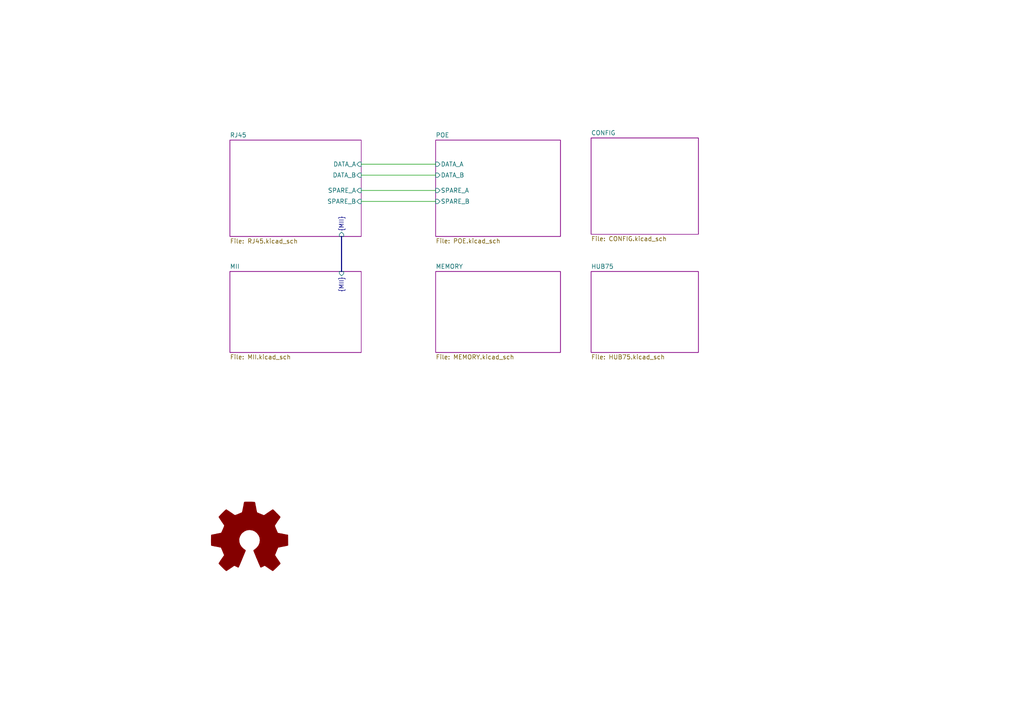
<source format=kicad_sch>
(kicad_sch (version 20200512) (host eeschema "5.99.0-unknown-eae0c14~101~ubuntu20.04.1")
  (page 1 7)
  (paper "A4")
  (title_block (rev "TEST"))
  (lib_symbols
    (symbol "Graphic:Logo_Open_Hardware_Large"
      (symbol "Logo_Open_Hardware_Large_1_1"
        (polyline (pts (xy 6.731 -8.7122) (xy 6.6294 -8.6614) (xy 6.35 -8.4836) (xy 5.9944 -8.255) (xy 5.5372 -7.9502) (xy 5.1054 -7.6454) (xy 4.7498 -7.4168) (xy 4.4958 -7.239) (xy 4.3942 -7.1882) (xy 4.318 -7.2136) (xy 4.1148 -7.3152) (xy 3.81 -7.4676) (xy 3.6322 -7.5692) (xy 3.3528 -7.6708) (xy 3.2258 -7.6962) (xy 3.2004 -7.6708) (xy 3.0988 -7.4676) (xy 2.9464 -7.0866) (xy 2.7178 -6.604) (xy 2.4892 -6.0452) (xy 2.2352 -5.4356) (xy 1.9558 -4.826) (xy 1.7272 -4.2164) (xy 1.4986 -3.683) (xy 1.3208 -3.2512) (xy 1.2192 -2.9464) (xy 1.1684 -2.8194) (xy 1.1938 -2.794) (xy 1.3208 -2.667) (xy 1.5748 -2.4892) (xy 2.0828 -2.0574) (xy 2.6162 -1.397) (xy 2.921 -0.6604) (xy 3.048 0.1524) (xy 2.9464 0.9144) (xy 2.6416 1.6256) (xy 2.1336 2.286) (xy 1.524 2.7686) (xy 0.8128 3.0734) (xy 0 3.175) (xy -0.762 3.0988) (xy -1.4986 2.794) (xy -2.159 2.286) (xy -2.4384 1.9812) (xy -2.8194 1.3208) (xy -3.048 0.6096) (xy -3.0734 0.4318) (xy -3.0226 -0.3556) (xy -2.794 -1.0922) (xy -2.3876 -1.7526) (xy -1.8288 -2.3114) (xy -1.7526 -2.3622) (xy -1.4732 -2.5654) (xy -1.2954 -2.6924) (xy -1.1684 -2.8194) (xy -2.159 -5.207) (xy -2.3114 -5.588) (xy -2.5908 -6.2484) (xy -2.8194 -6.8072) (xy -3.0226 -7.2644) (xy -3.1496 -7.5692) (xy -3.2258 -7.6708) (xy -3.2258 -7.6962) (xy -3.302 -7.6962) (xy -3.4798 -7.6454) (xy -3.8354 -7.4676) (xy -4.0386 -7.366) (xy -4.2926 -7.239) (xy -4.4196 -7.1882) (xy -4.5212 -7.239) (xy -4.7498 -7.3914) (xy -5.1054 -7.6454) (xy -5.5372 -7.9248) (xy -5.9436 -8.2042) (xy -6.3246 -8.4582) (xy -6.604 -8.636) (xy -6.731 -8.7122) (xy -6.7564 -8.7122) (xy -6.858 -8.636) (xy -7.0866 -8.4582) (xy -7.4168 -8.1534) (xy -7.874 -7.6962) (xy -7.9502 -7.62) (xy -8.3312 -7.239) (xy -8.636 -6.9088) (xy -8.8392 -6.6802) (xy -8.9154 -6.5786) (xy -8.9154 -6.5786) (xy -8.8392 -6.4516) (xy -8.6614 -6.1722) (xy -8.4328 -5.7912) (xy -8.128 -5.3594) (xy -7.3152 -4.191) (xy -7.7724 -3.0988) (xy -7.8994 -2.7686) (xy -8.0772 -2.3622) (xy -8.2042 -2.0828) (xy -8.255 -1.9558) (xy -8.382 -1.905) (xy -8.6614 -1.8542) (xy -9.0932 -1.7526) (xy -9.6266 -1.651) (xy -10.1092 -1.5748) (xy -10.541 -1.4732) (xy -10.8712 -1.4224) (xy -11.0236 -1.397) (xy -11.049 -1.3716) (xy -11.0744 -1.2954) (xy -11.0998 -1.143) (xy -11.0998 -0.889) (xy -11.1252 -0.4572) (xy -11.1252 0.1524) (xy -11.1252 0.2286) (xy -11.0998 0.8128) (xy -11.0998 1.27) (xy -11.0744 1.5494) (xy -11.0744 1.6764) (xy -11.0744 1.6764) (xy -10.922 1.7018) (xy -10.6172 1.778) (xy -10.16 1.8542) (xy -9.652 1.9558) (xy -9.6012 1.9812) (xy -9.0932 2.0828) (xy -8.636 2.159) (xy -8.3312 2.2352) (xy -8.2042 2.286) (xy -8.1788 2.3114) (xy -8.0772 2.5146) (xy -7.9248 2.8448) (xy -7.747 3.2512) (xy -7.5692 3.6576) (xy -7.4168 4.0386) (xy -7.3152 4.318) (xy -7.2898 4.445) (xy -7.2898 4.445) (xy -7.366 4.572) (xy -7.5438 4.826) (xy -7.7978 5.207) (xy -8.128 5.6642) (xy -8.128 5.6896) (xy -8.4328 6.1468) (xy -8.6868 6.5278) (xy -8.8392 6.7818) (xy -8.9154 6.9088) (xy -8.9154 6.9088) (xy -8.8138 7.0358) (xy -8.5852 7.2898) (xy -8.255 7.6454) (xy -7.874 8.0264) (xy -7.747 8.1534) (xy -7.3152 8.5852) (xy -7.0104 8.8646) (xy -6.8326 8.9916) (xy -6.731 9.0424) (xy -6.731 9.0424) (xy -6.604 8.9408) (xy -6.3246 8.763) (xy -5.9436 8.509) (xy -5.4864 8.2042) (xy -5.461 8.1788) (xy -5.0038 7.874) (xy -4.6482 7.62) (xy -4.3688 7.4422) (xy -4.2672 7.3914) (xy -4.2418 7.3914) (xy -4.064 7.4422) (xy -3.7338 7.5438) (xy -3.3528 7.6962) (xy -2.9464 7.874) (xy -2.5654 8.0264) (xy -2.286 8.1534) (xy -2.159 8.2296) (xy -2.159 8.2296) (xy -2.1082 8.382) (xy -2.032 8.7122) (xy -1.9304 9.1694) (xy -1.8288 9.7282) (xy -1.8034 9.8044) (xy -1.7018 10.3378) (xy -1.6256 10.7696) (xy -1.5748 11.0744) (xy -1.524 11.2014) (xy -1.4478 11.2268) (xy -1.1938 11.2522) (xy -0.8128 11.2522) (xy -0.3302 11.2522) (xy 0.1524 11.2522) (xy 0.6604 11.2522) (xy 1.0668 11.2268) (xy 1.3716 11.2014) (xy 1.4986 11.176) (xy 1.4986 11.176) (xy 1.5494 11.0236) (xy 1.6256 10.6934) (xy 1.7018 10.2108) (xy 1.8288 9.6774) (xy 1.8288 9.5758) (xy 1.9304 9.0424) (xy 2.032 8.6106) (xy 2.0828 8.3058) (xy 2.1336 8.2042) (xy 2.159 8.1788) (xy 2.3876 8.0772) (xy 2.7432 7.9248) (xy 3.175 7.747) (xy 4.191 7.3406) (xy 5.461 8.2042) (xy 5.5626 8.2804) (xy 6.0198 8.5852) (xy 6.3754 8.8392) (xy 6.6294 8.9916) (xy 6.7564 9.0424) (xy 6.7564 9.0424) (xy 6.8834 8.9408) (xy 7.1374 8.7122) (xy 7.4676 8.382) (xy 7.8486 7.9756) (xy 8.1534 7.6962) (xy 8.4836 7.3406) (xy 8.7122 7.112) (xy 8.8392 6.9596) (xy 8.8646 6.858) (xy 8.8646 6.8072) (xy 8.7884 6.6802) (xy 8.6106 6.4008) (xy 8.3312 6.0198) (xy 8.0264 5.588) (xy 7.7978 5.207) (xy 7.5184 4.8006) (xy 7.3406 4.4958) (xy 7.2898 4.3434) (xy 7.2898 4.2926) (xy 7.3914 4.0386) (xy 7.5184 3.683) (xy 7.7216 3.2258) (xy 8.1534 2.2352) (xy 8.7884 2.1082) (xy 9.1948 2.0574) (xy 9.7536 1.9304) (xy 10.2616 1.8288) (xy 11.0998 1.6764) (xy 11.1252 -1.3208) (xy 10.9982 -1.3716) (xy 10.8712 -1.397) (xy 10.5664 -1.4732) (xy 10.1346 -1.5494) (xy 9.6266 -1.651) (xy 9.1948 -1.7272) (xy 8.7376 -1.8288) (xy 8.4328 -1.8796) (xy 8.2804 -1.905) (xy 8.255 -1.9558) (xy 8.1534 -2.159) (xy 7.9756 -2.5146) (xy 7.8232 -2.921) (xy 7.6454 -3.3274) (xy 7.493 -3.7338) (xy 7.366 -4.0132) (xy 7.3406 -4.191) (xy 7.3914 -4.2926) (xy 7.5692 -4.5466) (xy 7.7978 -4.9276) (xy 8.1026 -5.3594) (xy 8.4074 -5.7912) (xy 8.6614 -6.1722) (xy 8.8138 -6.4262) (xy 8.89 -6.5532) (xy 8.8646 -6.6548) (xy 8.6868 -6.858) (xy 8.3566 -7.1882) (xy 7.874 -7.6708) (xy 7.7978 -7.747) (xy 7.3914 -8.128) (xy 7.0612 -8.4328) (xy 6.8326 -8.636) (xy 6.731 -8.7122)) (fill (type outline)))
      )
    )
  )
  (wire (pts (xy 104.775 47.625) (xy 126.365 47.625)))
  (wire (pts (xy 104.775 50.8) (xy 126.365 50.8)))
  (wire (pts (xy 104.775 55.245) (xy 126.365 55.245)))
  (wire (pts (xy 104.775 58.42) (xy 126.365 58.42)))
  (bus (pts (xy 99.06 68.58) (xy 99.06 78.74)))
  (symbol (lib_id "Graphic:Logo_Open_Hardware_Large") (at 72.39 156.845 0) (unit 1)
    (property "Reference" "S1" (effects hide))
    (property "Value" "Logo_Open_Hardware_Large" (effects hide))
    (property "Footprint" "Symbol:OSHW-Symbol_6.7x6mm_SilkScreen" (effects hide))
    (property "Source" "ANY" (effects hide))
  )
  (sheet (at 171.45 40.005) (size 31.115 27.94) (stroke (width 0.152) (color 132 0 132 1)) (fill (color 255 255 255 0.0000))
    (property "Sheet name" "CONFIG" (at 171.45 39.2936 0) (effects (justify left bottom)))
    (property "Sheet file" "CONFIG.kicad_sch" (at 171.45 68.5294 0) (effects (justify left top)))
  )
  (sheet (at 171.45 78.74) (size 31.115 23.495) (stroke (width 0.152) (color 132 0 132 1)) (fill (color 255 255 255 0.0000))
    (property "Sheet name" "HUB75" (at 171.45 78.0286 0) (effects (justify left bottom)))
    (property "Sheet file" "HUB75.kicad_sch" (at 171.45 102.8194 0) (effects (justify left top)))
  )
  (sheet (at 126.365 78.74) (size 36.195 23.495) (stroke (width 0.152) (color 132 0 132 1)) (fill (color 255 255 255 0.0000))
    (property "Sheet name" "MEMORY" (at 126.365 78.0286 0) (effects (justify left bottom)))
    (property "Sheet file" "MEMORY.kicad_sch" (at 126.365 102.8194 0) (effects (justify left top)))
  )
  (sheet (at 66.675 78.74) (size 38.1 23.495) (stroke (width 0.152) (color 132 0 132 1)) (fill (color 255 255 255 0.0000))
    (property "Sheet name" "MII" (at 66.675 78.0286 0) (effects (justify left bottom)))
    (property "Sheet file" "MII.kicad_sch" (at 66.675 102.8194 0) (effects (justify left top)))
    (pin "{MII}" input (at 99.06 78.74 90))
  )
  (sheet (at 126.365 40.64) (size 36.195 27.94) (stroke (width 0.152) (color 132 0 132 1)) (fill (color 255 255 255 0.0000))
    (property "Sheet name" "POE" (at 126.365 39.9286 0) (effects (justify left bottom)))
    (property "Sheet file" "POE.kicad_sch" (at 126.365 69.1644 0) (effects (justify left top)))
    (pin "SPARE_A" input (at 126.365 55.245 180))
    (pin "SPARE_B" input (at 126.365 58.42 180))
    (pin "DATA_A" input (at 126.365 47.625 180))
    (pin "DATA_B" input (at 126.365 50.8 180))
  )
  (sheet (at 66.675 40.64) (size 38.1 27.94) (stroke (width 0.152) (color 132 0 132 1)) (fill (color 255 255 255 0.0000))
    (property "Sheet name" "RJ45" (at 66.675 39.9286 0) (effects (justify left bottom)))
    (property "Sheet file" "RJ45.kicad_sch" (at 66.675 69.215 0) (effects (justify left top)))
    (pin "DATA_A" input (at 104.775 47.625 0))
    (pin "DATA_B" input (at 104.775 50.8 0))
    (pin "SPARE_A" input (at 104.775 55.245 0))
    (pin "SPARE_B" input (at 104.775 58.42 0))
    (pin "{MII}" input (at 99.06 68.58 270))
  )
)
</source>
